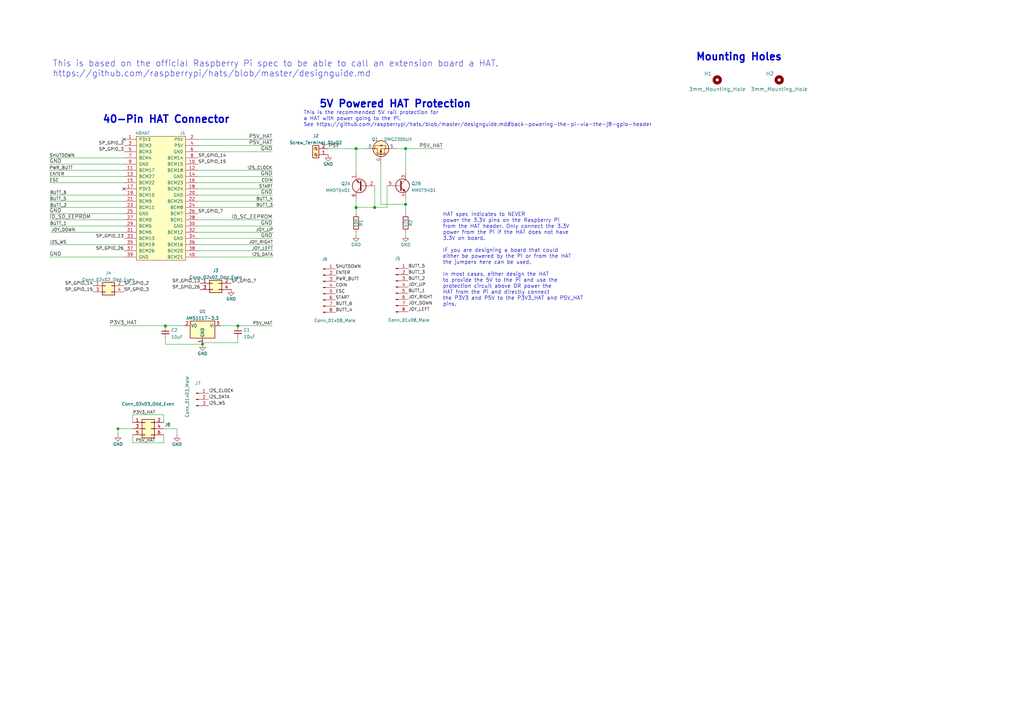
<source format=kicad_sch>
(kicad_sch (version 20211123) (generator eeschema)
  (paper "A3")
  (title_block (title "Raspberry Pi HAT") (rev "A"))
  (lib_symbols
    (symbol "Connector:Conn_01x03_Male" (pin_names (offset 1.016) hide)
      (property "Reference" "J" (at 0 5.08 0))
      (property "Value" "Conn_01x03_Male" (at 0 -5.08 0))
      (symbol "Conn_01x03_Male_1_1"
        (polyline (pts (xy 1.27 -2.54) (xy 0.8636 -2.54)) (stroke (width 0.1524)))
        (polyline (pts (xy 1.27 0) (xy 0.8636 0)) (stroke (width 0.1524)))
        (polyline (pts (xy 1.27 2.54) (xy 0.8636 2.54)) (stroke (width 0.1524)))
        (rectangle (start 0.8636 -2.413) (end 0 -2.667) (stroke (width 0.1524)) (fill (type outline)))
        (rectangle (start 0.8636 0.127) (end 0 -0.127) (stroke (width 0.1524)) (fill (type outline)))
        (rectangle (start 0.8636 2.667) (end 0 2.413) (stroke (width 0.1524)) (fill (type outline)))
        (pin passive line (at 5.08 2.54 180) (length 3.81) (name "Pin_1") (number "1"))
        (pin passive line (at 5.08 0 180) (length 3.81) (name "Pin_2") (number "2"))
        (pin passive line (at 5.08 -2.54 180) (length 3.81) (name "Pin_3") (number "3"))
      )
    )
    (symbol "Connector:Conn_01x08_Male" (pin_names (offset 1.016) hide)
      (property "Reference" "J" (at 0 10.16 0))
      (property "Value" "Conn_01x08_Male" (at 0 -12.7 0))
      (symbol "Conn_01x08_Male_1_1"
        (polyline (pts (xy 1.27 -10.16) (xy 0.8636 -10.16)) (stroke (width 0.1524)))
        (polyline (pts (xy 1.27 -7.62) (xy 0.8636 -7.62)) (stroke (width 0.1524)))
        (polyline (pts (xy 1.27 -5.08) (xy 0.8636 -5.08)) (stroke (width 0.1524)))
        (polyline (pts (xy 1.27 -2.54) (xy 0.8636 -2.54)) (stroke (width 0.1524)))
        (polyline (pts (xy 1.27 0) (xy 0.8636 0)) (stroke (width 0.1524)))
        (polyline (pts (xy 1.27 2.54) (xy 0.8636 2.54)) (stroke (width 0.1524)))
        (polyline (pts (xy 1.27 5.08) (xy 0.8636 5.08)) (stroke (width 0.1524)))
        (polyline (pts (xy 1.27 7.62) (xy 0.8636 7.62)) (stroke (width 0.1524)))
        (rectangle (start 0.8636 -10.033) (end 0 -10.287) (stroke (width 0.1524)) (fill (type outline)))
        (rectangle (start 0.8636 -7.493) (end 0 -7.747) (stroke (width 0.1524)) (fill (type outline)))
        (rectangle (start 0.8636 -4.953) (end 0 -5.207) (stroke (width 0.1524)) (fill (type outline)))
        (rectangle (start 0.8636 -2.413) (end 0 -2.667) (stroke (width 0.1524)) (fill (type outline)))
        (rectangle (start 0.8636 0.127) (end 0 -0.127) (stroke (width 0.1524)) (fill (type outline)))
        (rectangle (start 0.8636 2.667) (end 0 2.413) (stroke (width 0.1524)) (fill (type outline)))
        (rectangle (start 0.8636 5.207) (end 0 4.953) (stroke (width 0.1524)) (fill (type outline)))
        (rectangle (start 0.8636 7.747) (end 0 7.493) (stroke (width 0.1524)) (fill (type outline)))
        (pin passive line (at 5.08 7.62 180) (length 3.81) (name "Pin_1") (number "1"))
        (pin passive line (at 5.08 5.08 180) (length 3.81) (name "Pin_2") (number "2"))
        (pin passive line (at 5.08 2.54 180) (length 3.81) (name "Pin_3") (number "3"))
        (pin passive line (at 5.08 0 180) (length 3.81) (name "Pin_4") (number "4"))
        (pin passive line (at 5.08 -2.54 180) (length 3.81) (name "Pin_5") (number "5"))
        (pin passive line (at 5.08 -5.08 180) (length 3.81) (name "Pin_6") (number "6"))
        (pin passive line (at 5.08 -7.62 180) (length 3.81) (name "Pin_7") (number "7"))
        (pin passive line (at 5.08 -10.16 180) (length 3.81) (name "Pin_8") (number "8"))
      )
    )
    (symbol "Connector:Screw_Terminal_01x02" (pin_names (offset 1.016) hide)
      (property "Reference" "J" (at 0 2.54 0))
      (property "Value" "Screw_Terminal_01x02" (at 0 -5.08 0))
      (symbol "Screw_Terminal_01x02_1_1"
        (rectangle (start -1.27 1.27) (end 1.27 -3.81) (stroke (width 0.254)) (fill (type background)))
        (circle (center 0 -2.54) (radius 0.635) (stroke (width 0.1524)))
        (polyline (pts (xy -0.5334 -2.2098) (xy 0.3302 -3.048)) (stroke (width 0.1524)))
        (polyline (pts (xy -0.5334 0.3302) (xy 0.3302 -0.508)) (stroke (width 0.1524)))
        (polyline (pts (xy -0.3556 -2.032) (xy 0.508 -2.8702)) (stroke (width 0.1524)))
        (polyline (pts (xy -0.3556 0.508) (xy 0.508 -0.3302)) (stroke (width 0.1524)))
        (circle (center 0 0) (radius 0.635) (stroke (width 0.1524)))
        (pin passive line (at -5.08 0 0) (length 3.81) (name "Pin_1") (number "1"))
        (pin passive line (at -5.08 -2.54 0) (length 3.81) (name "Pin_2") (number "2"))
      )
    )
    (symbol "Connector_Generic:Conn_02x02_Odd_Even" (pin_names (offset 1.016) hide)
      (property "Reference" "J" (at 1.27 2.54 0))
      (property "Value" "Conn_02x02_Odd_Even" (at 1.27 -5.08 0))
      (symbol "Conn_02x02_Odd_Even_1_1"
        (rectangle (start -1.27 -2.413) (end 0 -2.667) (stroke (width 0.1524)))
        (rectangle (start -1.27 0.127) (end 0 -0.127) (stroke (width 0.1524)))
        (rectangle (start -1.27 1.27) (end 3.81 -3.81) (stroke (width 0.254)) (fill (type background)))
        (rectangle (start 3.81 -2.413) (end 2.54 -2.667) (stroke (width 0.1524)))
        (rectangle (start 3.81 0.127) (end 2.54 -0.127) (stroke (width 0.1524)))
        (pin passive line (at -5.08 0 0) (length 3.81) (name "Pin_1") (number "1"))
        (pin passive line (at 7.62 0 180) (length 3.81) (name "Pin_2") (number "2"))
        (pin passive line (at -5.08 -2.54 0) (length 3.81) (name "Pin_3") (number "3"))
        (pin passive line (at 7.62 -2.54 180) (length 3.81) (name "Pin_4") (number "4"))
      )
    )
    (symbol "Connector_Generic:Conn_02x03_Odd_Even" (pin_names (offset 1.016) hide)
      (property "Reference" "J" (at 1.27 5.08 0))
      (property "Value" "Conn_02x03_Odd_Even" (at 1.27 -5.08 0))
      (symbol "Conn_02x03_Odd_Even_1_1"
        (rectangle (start -1.27 -2.413) (end 0 -2.667) (stroke (width 0.1524)))
        (rectangle (start -1.27 0.127) (end 0 -0.127) (stroke (width 0.1524)))
        (rectangle (start -1.27 2.667) (end 0 2.413) (stroke (width 0.1524)))
        (rectangle (start -1.27 3.81) (end 3.81 -3.81) (stroke (width 0.254)) (fill (type background)))
        (rectangle (start 3.81 -2.413) (end 2.54 -2.667) (stroke (width 0.1524)))
        (rectangle (start 3.81 0.127) (end 2.54 -0.127) (stroke (width 0.1524)))
        (rectangle (start 3.81 2.667) (end 2.54 2.413) (stroke (width 0.1524)))
        (pin passive line (at -5.08 2.54 0) (length 3.81) (name "Pin_1") (number "1"))
        (pin passive line (at 7.62 2.54 180) (length 3.81) (name "Pin_2") (number "2"))
        (pin passive line (at -5.08 0 0) (length 3.81) (name "Pin_3") (number "3"))
        (pin passive line (at 7.62 0 180) (length 3.81) (name "Pin_4") (number "4"))
        (pin passive line (at -5.08 -2.54 0) (length 3.81) (name "Pin_5") (number "5"))
        (pin passive line (at 7.62 -2.54 180) (length 3.81) (name "Pin_6") (number "6"))
      )
    )
    (symbol "Device:C_Small" (pin_numbers hide) (pin_names (offset 0.254) hide)
      (property "Reference" "C" (at 0.254 1.778 0))
      (property "Value" "C_Small" (at 0.254 -2.032 0))
      (symbol "C_Small_0_1"
        (polyline (pts (xy -1.524 -0.508) (xy 1.524 -0.508)) (stroke (width 0.3302)))
        (polyline (pts (xy -1.524 0.508) (xy 1.524 0.508)) (stroke (width 0.3048)))
      )
      (symbol "C_Small_1_1"
        (pin passive line (at 0 2.54 270) (length 2.032) (name "~") (number "1"))
        (pin passive line (at 0 -2.54 90) (length 2.032) (name "~") (number "2"))
      )
    )
    (symbol "Device:R" (pin_numbers hide) (pin_names (offset 0))
      (property "Reference" "R" (at 2.032 0 90))
      (property "Value" "R" (at 0 0 90))
      (symbol "R_0_1"
        (rectangle (start -1.016 -2.54) (end 1.016 2.54) (stroke (width 0.254)))
      )
      (symbol "R_1_1"
        (pin passive line (at 0 3.81 270) (length 1.27) (name "~") (number "1"))
        (pin passive line (at 0 -3.81 90) (length 1.27) (name "~") (number "2"))
      )
    )
    (symbol "Mechanical:MountingHole" (pin_names (offset 1.016))
      (property "Reference" "H" (at 0 5.08 0))
      (property "Value" "MountingHole" (at 0 3.175 0))
      (symbol "MountingHole_0_1"
        (circle (center 0 0) (radius 1.27) (stroke (width 1.27)))
      )
    )
    (symbol "Regulator_Linear:AMS1117-3.3" (pin_names (offset 0.254))
      (property "Reference" "U" (at -3.81 3.175 0))
      (property "Value" "AMS1117-3.3" (at 0 3.175 0))
      (symbol "AMS1117-3.3_0_1"
        (rectangle (start -5.08 -5.08) (end 5.08 1.905) (stroke (width 0.254)) (fill (type background)))
      )
      (symbol "AMS1117-3.3_1_1"
        (pin power_in line (at 0 -7.62 90) (length 2.54) (name "GND") (number "1"))
        (pin power_out line (at 7.62 0 180) (length 2.54) (name "VO") (number "2"))
        (pin power_in line (at -7.62 0 0) (length 2.54) (name "VI") (number "3"))
      )
    )
    (symbol "Transistor_BJT:MMDT5401" (pin_names (offset 0) hide)
      (property "Reference" "Q" (at 5.08 1.27 0))
      (property "Value" "MMDT5401" (at 5.08 -1.27 0))
      (symbol "MMDT5401_0_1"
        (polyline (pts (xy 0.635 0) (xy -2.54 0)))
        (polyline (pts (xy 0.635 0.635) (xy 2.54 2.54)))
        (polyline (pts (xy 0.635 -0.635) (xy 2.54 -2.54) (xy 2.54 -2.54)))
        (polyline (pts (xy 0.635 1.905) (xy 0.635 -1.905) (xy 0.635 -1.905)) (stroke (width 0.508)))
        (polyline (pts (xy 2.286 -1.778) (xy 1.778 -2.286) (xy 1.27 -1.27) (xy 2.286 -1.778) (xy 2.286 -1.778)) (fill (type outline)))
        (circle (center 1.27 0) (radius 2.8194) (stroke (width 0.254)))
      )
      (symbol "MMDT5401_1_1"
        (pin passive line (at 2.54 -5.08 90) (length 2.54) (name "E1") (number "1"))
        (pin input line (at -5.08 0 0) (length 2.54) (name "B1") (number "2"))
        (pin passive line (at 2.54 5.08 270) (length 2.54) (name "C1") (number "6"))
      )
      (symbol "MMDT5401_2_1"
        (pin passive line (at 2.54 5.08 270) (length 2.54) (name "C2") (number "3"))
        (pin passive line (at 2.54 -5.08 90) (length 2.54) (name "E2") (number "4"))
        (pin input line (at -5.08 0 0) (length 2.54) (name "B2") (number "5"))
      )
    )
    (symbol "power:GND" (power) (pin_names (offset 0))
      (property "Value" "GND" (at 0 -3.81 0))
      (symbol "GND_0_1"
        (polyline (pts (xy 0 0) (xy 0 -1.27) (xy 1.27 -1.27) (xy 0 -2.54) (xy -1.27 -1.27) (xy 0 -1.27)))
      )
      (symbol "GND_1_1"
        (pin power_in line (at 0 0 270) (length 0) hide (name "GND") (number "1"))
      )
    )
    (symbol "raspberrypi_hat:DMG2305UX" (pin_numbers hide) (pin_names (offset 0))
      (property "Reference" "Q" (at -2.54 3.81 0))
      (property "Value" "DMG2305UX" (at 12.7 3.81 0))
      (symbol "DMG2305UX_0_1"
        (polyline (pts (xy -2.54 0) (xy -2.286 0)) (stroke (width 0.254)))
        (polyline (pts (xy -1.778 -1.524) (xy 0 -1.524)))
        (polyline (pts (xy -1.778 -1.016) (xy -1.778 -2.032)))
        (polyline (pts (xy -1.778 0) (xy 0 0)))
        (polyline (pts (xy -1.778 0.508) (xy -1.778 -0.508)))
        (polyline (pts (xy -1.778 1.397) (xy 0 1.397)))
        (polyline (pts (xy -1.778 1.905) (xy -1.778 0.889)))
        (polyline (pts (xy 0 -2.032) (xy 0 -2.921)))
        (polyline (pts (xy 0 -1.778) (xy 0 0)))
        (polyline (pts (xy 0 -1.27) (xy 0 -2.032)))
        (polyline (pts (xy 0 1.524) (xy 0 2.794)))
        (polyline (pts (xy 0 2.159) (xy 0 1.397)))
        (polyline (pts (xy 0.889 -0.5334) (xy 1.6764 -0.508)))
        (polyline (pts (xy -2.286 1.778) (xy -2.286 -1.905) (xy -2.286 -1.397) (xy -2.286 -1.651)) (stroke (width 0.254)))
        (polyline (pts (xy -0.381 0) (xy -1.397 0.381) (xy -1.397 -0.381) (xy -0.381 0)) (fill (type outline)))
        (polyline (pts (xy 1.27 -0.4572) (xy 0.9906 0.1524) (xy 1.524 0.1524) (xy 1.2446 -0.4572)) (fill (type outline)))
        (polyline (pts (xy 0 2.54) (xy 1.27 2.54) (xy 1.27 0.508) (xy 1.27 -2.032) (xy 0 -2.032)))
        (circle (center 0 0) (radius 3.2512) (stroke (width 0.254)) (fill (type background)))
        (circle (center 0.0254 -2.032) (radius 0.1524) (fill (type outline)))
        (circle (center 0.0254 2.54) (radius 0.1778) (fill (type outline)))
      )
      (symbol "DMG2305UX_1_1"
        (pin input line (at -6.35 0 0) (length 3.81) (name "G") (number "1"))
        (pin passive line (at 0 -6.35 90) (length 3.81) (name "S") (number "2"))
        (pin passive line (at 0 6.35 270) (length 3.81) (name "D") (number "3"))
      )
    )
    (symbol "raspberrypi_hat:OX40HAT" (pin_names (offset 1.016))
      (property "Reference" "J" (at 8.89 2.54 0))
      (property "Value" "OX40HAT" (at -7.62 2.54 0))
      (symbol "OX40HAT_0_1"
        (rectangle (start -10.16 1.27) (end 10.16 -49.53) (fill (type background)))
      )
      (symbol "OX40HAT_1_1"
        (pin bidirectional line (at -15.24 0 0) (length 5.08) (name "P3V3") (number "1"))
        (pin bidirectional line (at 15.24 -10.16 180) (length 5.08) (name "BCM15") (number "10"))
        (pin bidirectional line (at -15.24 -12.7 0) (length 5.08) (name "BCM17") (number "11"))
        (pin bidirectional line (at 15.24 -12.7 180) (length 5.08) (name "BCM18") (number "12"))
        (pin bidirectional line (at -15.24 -15.24 0) (length 5.08) (name "BCM27") (number "13"))
        (pin bidirectional line (at 15.24 -15.24 180) (length 5.08) (name "GND") (number "14"))
        (pin bidirectional line (at -15.24 -17.78 0) (length 5.08) (name "BCM22") (number "15"))
        (pin bidirectional line (at 15.24 -17.78 180) (length 5.08) (name "BCM23") (number "16"))
        (pin bidirectional line (at -15.24 -20.32 0) (length 5.08) (name "P3V3") (number "17"))
        (pin bidirectional line (at 15.24 -20.32 180) (length 5.08) (name "BCM24") (number "18"))
        (pin bidirectional line (at -15.24 -22.86 0) (length 5.08) (name "BCM10") (number "19"))
        (pin bidirectional line (at 15.24 0 180) (length 5.08) (name "P5V") (number "2"))
        (pin bidirectional line (at 15.24 -22.86 180) (length 5.08) (name "GND") (number "20"))
        (pin bidirectional line (at -15.24 -25.4 0) (length 5.08) (name "BCM9") (number "21"))
        (pin bidirectional line (at 15.24 -25.4 180) (length 5.08) (name "BCM25") (number "22"))
        (pin bidirectional line (at -15.24 -27.94 0) (length 5.08) (name "BCM11") (number "23"))
        (pin bidirectional line (at 15.24 -27.94 180) (length 5.08) (name "BCM8") (number "24"))
        (pin bidirectional line (at -15.24 -30.48 0) (length 5.08) (name "GND") (number "25"))
        (pin bidirectional line (at 15.24 -30.48 180) (length 5.08) (name "BCM7") (number "26"))
        (pin bidirectional line (at -15.24 -33.02 0) (length 5.08) (name "BCM0") (number "27"))
        (pin bidirectional line (at 15.24 -33.02 180) (length 5.08) (name "BCM1") (number "28"))
        (pin bidirectional line (at -15.24 -35.56 0) (length 5.08) (name "BCM5") (number "29"))
        (pin bidirectional line (at -15.24 -2.54 0) (length 5.08) (name "BCM2") (number "3"))
        (pin bidirectional line (at 15.24 -35.56 180) (length 5.08) (name "GND") (number "30"))
        (pin bidirectional line (at -15.24 -38.1 0) (length 5.08) (name "BCM6") (number "31"))
        (pin bidirectional line (at 15.24 -38.1 180) (length 5.08) (name "BCM12") (number "32"))
        (pin bidirectional line (at -15.24 -40.64 0) (length 5.08) (name "BCM13") (number "33"))
        (pin bidirectional line (at 15.24 -40.64 180) (length 5.08) (name "GND") (number "34"))
        (pin bidirectional line (at -15.24 -43.18 0) (length 5.08) (name "BCM19") (number "35"))
        (pin bidirectional line (at 15.24 -43.18 180) (length 5.08) (name "BCM16") (number "36"))
        (pin bidirectional line (at -15.24 -45.72 0) (length 5.08) (name "BCM26") (number "37"))
        (pin bidirectional line (at 15.24 -45.72 180) (length 5.08) (name "BCM20") (number "38"))
        (pin bidirectional line (at -15.24 -48.26 0) (length 5.08) (name "GND") (number "39"))
        (pin bidirectional line (at 15.24 -2.54 180) (length 5.08) (name "P5V") (number "4"))
        (pin bidirectional line (at 15.24 -48.26 180) (length 5.08) (name "BCM21") (number "40"))
        (pin bidirectional line (at -15.24 -5.08 0) (length 5.08) (name "BCM3") (number "5"))
        (pin bidirectional line (at 15.24 -5.08 180) (length 5.08) (name "GND") (number "6"))
        (pin bidirectional line (at -15.24 -7.62 0) (length 5.08) (name "BCM4") (number "7"))
        (pin bidirectional line (at 15.24 -7.62 180) (length 5.08) (name "BCM14") (number "8"))
        (pin bidirectional line (at -15.24 -10.16 0) (length 5.08) (name "GND") (number "9"))
      )
    )
  )
  (junction (at 146.05 85.09) (diameter 1.016))
  (junction (at 166.37 60.96) (diameter 1.016))
  (junction (at 153.6689 85.1345))
  (junction (at 97.5791 133.5898))
  (junction (at 146.0489 61.0045))
  (junction (at 97.5791 133.6902))
  (junction (at 146.05 60.96) (diameter 1.016))
  (junction (at 48.3922 175.8116))
  (junction (at 67.8381 133.8169))
  (junction (at 97.5598 133.6902))
  (junction (at 83.0623 141.2098))
  (junction (at 146.0489 85.1345))
  (junction (at 153.67 85.09) (diameter 1.016))
  (junction (at 67.8475 133.5898))
  (junction (at 166.37 83.82) (diameter 1.016))
  (no_connect (at 50.8 57.15))
  (no_connect (at 50.8 77.47))
  (wire (pts (xy 81.28 80.01) (xy 111.76 80.01)))
  (wire (pts (xy 162.56 60.96) (xy 166.37 60.96)))
  (wire (pts (xy 50.8 87.63) (xy 20.32 87.63)))
  (wire (pts (xy 50.8 105.41) (xy 20.32 105.41)))
  (wire (pts (xy 67.8475 133.5898) (xy 44.9623 133.5898)))
  (wire (pts (xy 81.28 92.71) (xy 111.76 92.71)))
  (wire (pts (xy 81.28 102.87) (xy 112.0226 102.87)))
  (wire (pts (xy 146.0489 85.1345) (xy 146.05 85.09)))
  (wire (pts (xy 50.8 90.17) (xy 20.32 90.17)))
  (wire (pts (xy 81.28 100.33) (xy 112.0226 100.33)))
  (wire (pts (xy 54.4363 181.6341) (xy 67.1363 181.6341)))
  (wire (pts (xy 54.4363 170.1344) (xy 67.1363 170.1344)))
  (wire (pts (xy 67.8475 133.8169) (xy 67.8381 133.8169)))
  (wire (pts (xy 83.0623 140.5464) (xy 83.0623 141.2098)))
  (wire (pts (xy 81.28 82.55) (xy 111.944 82.55)))
  (wire (pts (xy 81.28 85.09) (xy 111.944 85.09)))
  (wire (pts (xy 54.4363 178.3516) (xy 54.4363 181.6341)))
  (wire (pts (xy 83.0623 141.2098) (xy 67.8381 141.2098)))
  (wire (pts (xy 81.28 62.23) (xy 111.76 62.23)))
  (wire (pts (xy 81.28 90.17) (xy 111.76 90.17)))
  (wire (pts (xy 153.6689 76.2445) (xy 153.6689 85.1345)))
  (wire (pts (xy 97.5791 133.5898) (xy 97.5791 133.6902)))
  (wire (pts (xy 146.05 85.09) (xy 153.67 85.09)))
  (wire (pts (xy 20.4618 85.09) (xy 20.4618 85.201)))
  (wire (pts (xy 67.1363 175.8116) (xy 72.5955 175.8116)))
  (wire (pts (xy 158.75 85.09) (xy 158.75 76.2)))
  (wire (pts (xy 166.37 83.82) (xy 166.37 87.63)))
  (wire (pts (xy 146.05 85.09) (xy 146.05 87.63)))
  (wire (pts (xy 50.8 67.31) (xy 20.32 67.31)))
  (wire (pts (xy 166.37 96.52) (xy 166.37 95.25)))
  (wire (pts (xy 67.1363 178.3516) (xy 67.1363 181.6341)))
  (wire (pts (xy 20.2365 69.85) (xy 50.8 69.85)))
  (wire (pts (xy 20.4618 100.33) (xy 50.8 100.33)))
  (wire (pts (xy 81.28 77.47) (xy 111.8654 77.47)))
  (wire (pts (xy 81.28 57.15) (xy 111.76 57.15)))
  (wire (pts (xy 54.4363 173.2716) (xy 54.4363 170.1344)))
  (wire (pts (xy 81.28 95.25) (xy 112.1012 95.25)))
  (wire (pts (xy 97.5791 133.5898) (xy 111.7296 133.5898)))
  (wire (pts (xy 146.0489 61.0045) (xy 146.05 60.96)))
  (wire (pts (xy 20.3832 82.55) (xy 50.8 82.55)))
  (wire (pts (xy 20.3151 74.93) (xy 50.8 74.93)))
  (wire (pts (xy 146.0489 81.3245) (xy 146.0489 85.1345)))
  (wire (pts (xy 156.21 83.82) (xy 166.37 83.82)))
  (wire (pts (xy 90.6823 133.5898) (xy 97.5791 133.5898)))
  (wire (pts (xy 81.28 69.85) (xy 111.7868 69.85)))
  (wire (pts (xy 81.28 72.39) (xy 111.76 72.39)))
  (wire (pts (xy 67.1363 170.1344) (xy 67.1363 173.2716)))
  (wire (pts (xy 50.8 92.71) (xy 20.4618 92.71)))
  (wire (pts (xy 50.8 95.25) (xy 21.0119 95.25)))
  (wire (pts (xy 48.3922 175.8116) (xy 48.3922 178.3735)))
  (wire (pts (xy 146.0489 71.1645) (xy 146.0489 61.0045)))
  (wire (pts (xy 166.37 60.96) (xy 181.61 60.96)))
  (wire (pts (xy 153.6689 85.1345) (xy 153.67 85.09)))
  (wire (pts (xy 48.3922 175.8116) (xy 54.4363 175.8116)))
  (wire (pts (xy 81.28 105.41) (xy 111.944 105.41)))
  (wire (pts (xy 81.28 59.69) (xy 111.76 59.69)))
  (wire (pts (xy 81.28 97.79) (xy 111.76 97.79)))
  (wire (pts (xy 97.5598 138.7702) (xy 97.5598 140.5464)))
  (wire (pts (xy 166.37 71.12) (xy 166.37 60.96)))
  (wire (pts (xy 75.4423 133.5898) (xy 67.8475 133.5898)))
  (wire (pts (xy 153.67 85.09) (xy 158.75 85.09)))
  (wire (pts (xy 20.4618 80.01) (xy 50.8 80.01)))
  (wire (pts (xy 48.3248 175.8116) (xy 48.3922 175.8116)))
  (wire (pts (xy 166.37 81.28) (xy 166.37 83.82)))
  (wire (pts (xy 20.4618 92.71) (xy 20.4618 92.6674)))
  (wire (pts (xy 72.5955 175.8116) (xy 72.5955 178.441)))
  (wire (pts (xy 20.2365 64.77) (xy 50.8 64.77)))
  (wire (pts (xy 21.0119 95.25) (xy 21.0119 95.261)))
  (wire (pts (xy 97.5598 140.5464) (xy 83.0623 140.5464)))
  (wire (pts (xy 50.8 85.09) (xy 20.4618 85.09)))
  (wire (pts (xy 81.28 74.93) (xy 111.944 74.93)))
  (wire (pts (xy 20.3151 72.39) (xy 50.8 72.39)))
  (wire (pts (xy 134.62 60.96) (xy 146.05 60.96)))
  (wire (pts (xy 67.8381 141.2098) (xy 67.8381 138.8969)))
  (wire (pts (xy 67.8475 133.5898) (xy 67.8475 133.8169)))
  (wire (pts (xy 97.5791 133.6902) (xy 97.5598 133.6902)))
  (wire (pts (xy 156.21 67.31) (xy 156.21 83.82)))
  (wire (pts (xy 146.05 60.96) (xy 149.86 60.96)))
  (wire (pts (xy 146.05 96.52) (xy 146.05 95.25)))
  (text "This is based on the official Raspberry Pi spec to be able to call an extension board a HAT.\nhttps://github.com/raspberrypi/hats/blob/master/designguide.md" (at 21.59 31.75 0) (effects (font (size 2.54 2.54)) (justify left bottom)))
  (text "This is the recommended 5V rail protection for \na HAT with power going to the Pi.\nSee https://github.com/raspberrypi/hats/blob/master/designguide.md#back-powering-the-pi-via-the-j8-gpio-header" (at 124.46 52.07 0) (effects (font (size 1.524 1.524)) (justify left bottom)))
  (text "5V Powered HAT Protection" (at 130.81 44.45 0) (effects (font (size 2.9972 2.9972) (thickness 0.5994) bold) (justify left bottom)))
  (text "HAT spec indicates to NEVER\npower the 3.3V pins on the Raspberry Pi \nfrom the HAT header. Only connect the 3.3V\npower from the Pi if the HAT does not have\n3.3V on board.\n\nIF you are designing a board that could\neither be powered by the Pi or from the HAT\nthe jumpers here can be used.\n\nIn most cases, either design the HAT \nto provide the 5V to the Pi and use the\nprotection circuit above OR power the\nHAT from the Pi and directly connect\nthe P3V3 and P5V to the P3V3_HAT and P5V_HAT\npins." (at 181.61 125.73 0) (effects (font (size 1.524 1.524)) (justify left bottom)))
  (text "40-Pin HAT Connector" (at 41.91 50.8 0) (effects (font (size 2.9972 2.9972) (thickness 0.5994) bold) (justify left bottom)))
  (text "Mounting Holes" (at 285.2905 25.1505 0) (effects (font (size 2.9972 2.9972) (thickness 0.5994) bold) (justify left bottom)))
  (label "P5V_HAT" (at 111.7296 133.5898 180))
  (label "SP_GPIO_13" (at 50.8 97.79 180))
  (label "ID_SD_EEPROM" (at 20.32 90.17 0) (effects (font (size 1.524 1.524))))
  (label "BUTT_5" (at 20.3832 82.55 0))
  (label "BUTT_6" (at 137.6383 125.5467 0))
  (label "JOY_DOWN" (at 167.4588 125.3537 0))
  (label "GND" (at 20.32 105.41 0) (effects (font (size 1.524 1.524))))
  (label "SP_GPIO_14" (at 38.1327 117.1866 180))
  (label "I2S_WS" (at 20.4618 100.33 0))
  (label "COIN" (at 111.944 74.93 180))
  (label "GND" (at 111.76 92.71 180) (effects (font (size 1.524 1.524))))
  (label "GND" (at 111.76 72.39 180) (effects (font (size 1.524 1.524))))
  (label "JOY_DOWN" (at 21.0119 95.261 0))
  (label "P5V_HAT" (at 111.76 59.69 180) (effects (font (size 1.524 1.524))))
  (label "SP_GPIO_2" (at 50.8 59.69 180))
  (label "SHUTDOWN" (at 137.6383 110.3067 0))
  (label "ESC" (at 137.6383 120.4667 0))
  (label "P5V" (at 134.62 60.96 0) (effects (font (size 1.524 1.524))))
  (label "PWR_BUTT" (at 20.2365 69.85 0))
  (label "P3V3_HAT" (at 44.9623 133.5898 0) (effects (font (size 1.524 1.524))))
  (label "SP_GPIO_7" (at 81.28 87.63 0))
  (label "BUTT_3" (at 111.944 85.09 180))
  (label "SP_GPIO_26" (at 82.1116 118.755 180))
  (label "BUTT_3" (at 167.4588 112.6537 0))
  (label "I2S_CLOCK" (at 111.7868 69.85 180))
  (label "BUTT_2" (at 20.4618 85.201 0))
  (label "BUTT_6" (at 20.4618 80.01 0))
  (label "JOY_UP" (at 112.1012 95.25 180))
  (label "I2S_CLOCK" (at 85.5685 161.3021 0))
  (label "GND" (at 111.76 62.23 180) (effects (font (size 1.524 1.524))))
  (label "P3V3_HAT" (at 54.4363 170.1344 0))
  (label "JOY_LEFT" (at 167.4588 127.8937 0))
  (label "JOY_UP" (at 167.4588 117.7337 0))
  (label "BUTT_4" (at 137.6383 128.0867 0))
  (label "ID_SC_EEPROM" (at 111.76 90.17 180) (effects (font (size 1.524 1.524))))
  (label "I2S_DATA" (at 111.944 105.41 180))
  (label "GND" (at 20.32 87.63 0) (effects (font (size 1.524 1.524))))
  (label "ESC" (at 20.3151 74.93 0))
  (label "BUTT_2" (at 167.4588 115.1937 0))
  (label "JOY_RIGHT" (at 167.4588 122.8137 0))
  (label "GND" (at 20.32 67.31 0) (effects (font (size 1.524 1.524))))
  (label "START" (at 137.6383 123.0067 0))
  (label "ENTER" (at 137.6383 112.8467 0))
  (label "SP_GPIO_15" (at 81.28 67.31 0))
  (label "P5V_HAT" (at 181.61 60.96 180) (effects (font (size 1.524 1.524))))
  (label "SP_GPIO_15" (at 38.1327 119.7266 180))
  (label "SP_GPIO_7" (at 94.8116 116.215 0))
  (label "SP_GPIO_13" (at 82.1116 116.215 180))
  (label "GND" (at 111.76 97.79 180) (effects (font (size 1.524 1.524))))
  (label "START" (at 111.8654 77.47 180))
  (label "BUTT_5" (at 167.4588 110.1137 0))
  (label "PWR_BUTT" (at 137.6383 115.3867 0))
  (label "P5V_HAT" (at 111.76 57.15 180) (effects (font (size 1.524 1.524))))
  (label "COIN" (at 137.6383 117.9267 0))
  (label "SP_GPIO_14" (at 81.28 64.77 0))
  (label "BUTT_1" (at 167.4588 120.2737 0))
  (label "SP_GPIO_2" (at 50.8327 117.1866 0))
  (label "BUTT_1" (at 20.4618 92.6674 0))
  (label "JOY_LEFT" (at 112.0226 102.87 180))
  (label "SP_GPIO_3" (at 50.8327 119.7266 0))
  (label "BUTT_4" (at 111.944 82.55 180))
  (label "JOY_RIGHT" (at 112.0226 100.33 180))
  (label "ENTER" (at 20.3151 72.39 0))
  (label "SP_GPIO_26" (at 50.8 102.87 180))
  (label "I2S_DATA" (at 85.5685 163.8421 0))
  (label "P5V_HAT" (at 55.5798 181.6341 0))
  (label "SP_GPIO_3" (at 50.8 62.23 180))
  (label "GND" (at 111.76 80.01 180) (effects (font (size 1.524 1.524))))
  (label "I2S_WS" (at 85.5685 166.3821 0))
  (label "SHUTDOWN" (at 20.2365 64.77 0))
  (symbol (lib_id "Mechanical:MountingHole") (at 294.1805 32.7705 0) (unit 1)
    (property "Reference" "H1" (at 290.3705 30.2305 0) (effects (font (size 1.524 1.524))))
    (property "Value" "3mm_Mounting_Hole" (at 294.1805 36.5805 0) (effects (font (size 1.524 1.524))))
    (property "Footprint" "project_footprints:NPTH_3mm_ID" (effects hide))
  )
  (symbol (lib_id "Mechanical:MountingHole") (at 319.5805 32.7705 0) (unit 1)
    (property "Reference" "H2" (at 315.7705 30.2305 0) (effects (font (size 1.524 1.524))))
    (property "Value" "3mm_Mounting_Hole" (at 319.5805 36.5805 0) (effects (font (size 1.524 1.524))))
    (property "Footprint" "project_footprints:NPTH_3mm_ID" (effects hide))
  )
  (symbol (lib_id "raspberrypi_hat:OX40HAT") (at 66.04 57.15 0) (unit 1)
    (property "Reference" "J1" (at 74.93 54.61 0))
    (property "Value" "40HAT" (at 58.42 54.61 0))
    (property "Footprint" "Connector_PinSocket_2.54mm:PinSocket_2x20_P2.54mm_Vertical" (effects hide))
  )
  (symbol (lib_id "raspberrypi_hat:DMG2305UX") (at 156.21 60.96 90) (unit 1)
    (property "Reference" "Q1" (at 152.4 57.15 90) (effects (justify right)))
    (property "Value" "DMG2305UX" (at 157.48 57.15 90) (effects (justify right)))
    (property "Footprint" "Package_TO_SOT_SMD:SOT-23" (effects hide))
  )
  (symbol (lib_id "Device:R") (at 146.05 91.44 0) (unit 1)
    (property "Reference" "R1" (at 148.082 91.44 90))
    (property "Value" "10K" (at 146.05 91.44 90))
    (property "Footprint" "Resistor_SMD:R_0603_1608Metric" (effects hide))
  )
  (symbol (lib_id "Device:R") (at 166.37 91.44 0) (unit 1)
    (property "Reference" "R2" (at 168.402 91.44 90))
    (property "Value" "47K" (at 166.37 91.44 90))
    (property "Footprint" "Resistor_SMD:R_0603_1608Metric" (effects hide))
  )
  (symbol (lib_id "power:GND") (at 146.05 96.52 0) (unit 1)
    (property "Reference" "#PWR02" (effects hide))
    (property "Value" "GND" (at 146.05 100.33 0))
  )
  (symbol (lib_id "power:GND") (at 166.37 96.52 0) (unit 1)
    (property "Reference" "#PWR03" (effects hide))
    (property "Value" "GND" (at 166.37 100.33 0))
  )
  (symbol (lib_id "power:GND") (at 48.3922 178.3735 0) (unit 1)
    (property "Reference" "#PWR06" (effects hide))
    (property "Value" "GND" (at 48.3922 182.1835 0))
  )
  (symbol (lib_id "Device:C_Small") (at 97.5598 136.2302 0) (unit 1)
    (property "Reference" "C1" (at 99.8839 135.328 0) (effects (justify left)))
    (property "Value" "10uF" (at 99.8839 138.1031 0) (effects (justify left)))
    (property "Footprint" "Capacitor_SMD:C_0603_1608Metric" (effects hide))
  )
  (symbol (lib_id "Connector_Generic:Conn_02x02_Odd_Even") (at 87.1916 116.215 0) (unit 1)
    (property "Reference" "J3" (at 88.4616 110.9785 0))
    (property "Value" "Conn_02x02_Odd_Even" (at 88.4616 113.7536 0))
    (property "Footprint" "Connector_PinHeader_2.54mm:PinHeader_2x02_P2.54mm_Vertical" (effects hide))
  )
  (symbol (lib_id "power:GND") (at 83.0623 141.2098 0) (unit 1)
    (property "Reference" "#PWR05" (effects hide))
    (property "Value" "GND" (at 83.0623 145.0198 0))
  )
  (symbol (lib_id "Connector:Conn_01x03_Male") (at 80.4885 163.8421 0) (unit 1)
    (property "Reference" "J7" (at 81.1235 157.2594 0))
    (property "Value" "Conn_01x03_Male" (at 76.7749 162.7811 90))
    (property "Footprint" "Connector_PinHeader_2.54mm:PinHeader_1x03_P2.54mm_Vertical" (effects hide))
  )
  (symbol (lib_id "Connector:Conn_01x08_Male") (at 132.5583 117.9267 0) (unit 1)
    (property "Reference" "J6" (at 133.1933 106.264 0))
    (property "Value" "Conn_01x08_Male" (at 137.3488 131.4524 0))
    (property "Footprint" "Connector_PinHeader_2.54mm:PinHeader_1x08_P2.54mm_Vertical" (effects hide))
  )
  (symbol (lib_id "Device:C_Small") (at 67.8381 136.3569 0) (unit 1)
    (property "Reference" "C2" (at 70.1622 135.4547 0) (effects (justify left)))
    (property "Value" "10uF" (at 70.1622 138.2298 0) (effects (justify left)))
    (property "Footprint" "Capacitor_SMD:C_0603_1608Metric" (effects hide))
  )
  (symbol (lib_id "Connector:Screw_Terminal_01x02") (at 129.54 63.5 180) (unit 1)
    (property "Reference" "J2" (at 129.54 55.7235 0))
    (property "Value" "Screw_Terminal_01x02" (at 129.54 58.4986 0))
    (property "Footprint" "TerminalBlock:TerminalBlock_bornier-2_P5.08mm" (effects hide))
  )
  (symbol (lib_id "Transistor_BJT:MMDT5401") (at 148.5889 76.2445 180) (unit 1)
    (property "Reference" "Q2" (at 143.7375 75.336 0) (effects (justify left)))
    (property "Value" "MMDT5401" (at 143.7375 78.1111 0) (effects (justify left)))
    (property "Footprint" "Package_TO_SOT_SMD:SOT-363_SC-70-6" (effects hide))
    (property "Datasheet" "http://www.diodes.com/_files/datasheets/ds30169.pdf" (effects hide))
  )
  (symbol (lib_id "Connector_Generic:Conn_02x02_Odd_Even") (at 43.2127 117.1866 0) (unit 1)
    (property "Reference" "J4" (at 44.4827 111.9501 0))
    (property "Value" "Conn_02x02_Odd_Even" (at 44.4827 114.7252 0))
    (property "Footprint" "Connector_PinHeader_2.54mm:PinHeader_2x02_P2.54mm_Vertical" (effects hide))
  )
  (symbol (lib_id "Connector:Conn_01x08_Male") (at 162.3788 117.7337 0) (unit 1)
    (property "Reference" "J5" (at 163.0138 106.071 0))
    (property "Value" "Conn_01x08_Male" (at 167.6643 131.2953 0))
    (property "Footprint" "Connector_PinHeader_2.54mm:PinHeader_1x08_P2.54mm_Vertical" (effects hide))
  )
  (symbol (lib_id "power:GND") (at 72.5955 178.441 0) (unit 1)
    (property "Reference" "#PWR07" (effects hide))
    (property "Value" "GND" (at 72.5955 182.251 0))
  )
  (symbol (lib_id "Regulator_Linear:AMS1117-3.3") (at 83.0623 133.5898 0) (mirror y) (unit 1)
    (property "Reference" "U1" (at 83.0623 127.7183 0))
    (property "Value" "AMS1117-3.3" (at 83.0623 130.4934 0))
    (property "Footprint" "Package_TO_SOT_SMD:SOT-223-3_TabPin2" (effects hide))
    (property "Datasheet" "http://www.advanced-monolithic.com/pdf/ds1117.pdf" (effects hide))
  )
  (symbol (lib_id "Transistor_BJT:MMDT5401") (at 163.83 76.2 0) (unit 2)
    (property "Reference" "Q2" (at 168.6814 75.2915 0) (effects (justify left)))
    (property "Value" "MMDT5401" (at 168.6814 78.0666 0) (effects (justify left)))
    (property "Footprint" "Package_TO_SOT_SMD:SOT-363_SC-70-6" (effects hide))
    (property "Datasheet" "http://www.diodes.com/_files/datasheets/ds30169.pdf" (effects hide))
  )
  (symbol (lib_id "power:GND") (at 134.62 63.5 0) (unit 1)
    (property "Reference" "#PWR01" (effects hide))
    (property "Value" "GND" (at 134.62 67.31 0))
  )
  (symbol (lib_id "power:GND") (at 94.8116 118.755 0) (unit 1)
    (property "Reference" "#PWR04" (effects hide))
    (property "Value" "GND" (at 94.8116 122.565 0))
  )
  (symbol (lib_id "Connector_Generic:Conn_02x03_Odd_Even") (at 59.5163 175.8116 0) (unit 1)
    (property "Reference" "J8" (at 68.7488 174.1656 0))
    (property "Value" "Conn_02x03_Odd_Even" (at 60.726 165.6709 0))
    (property "Footprint" "Connector_PinHeader_2.54mm:PinHeader_2x03_P2.54mm_Vertical" (effects hide))
  )
)
</source>
